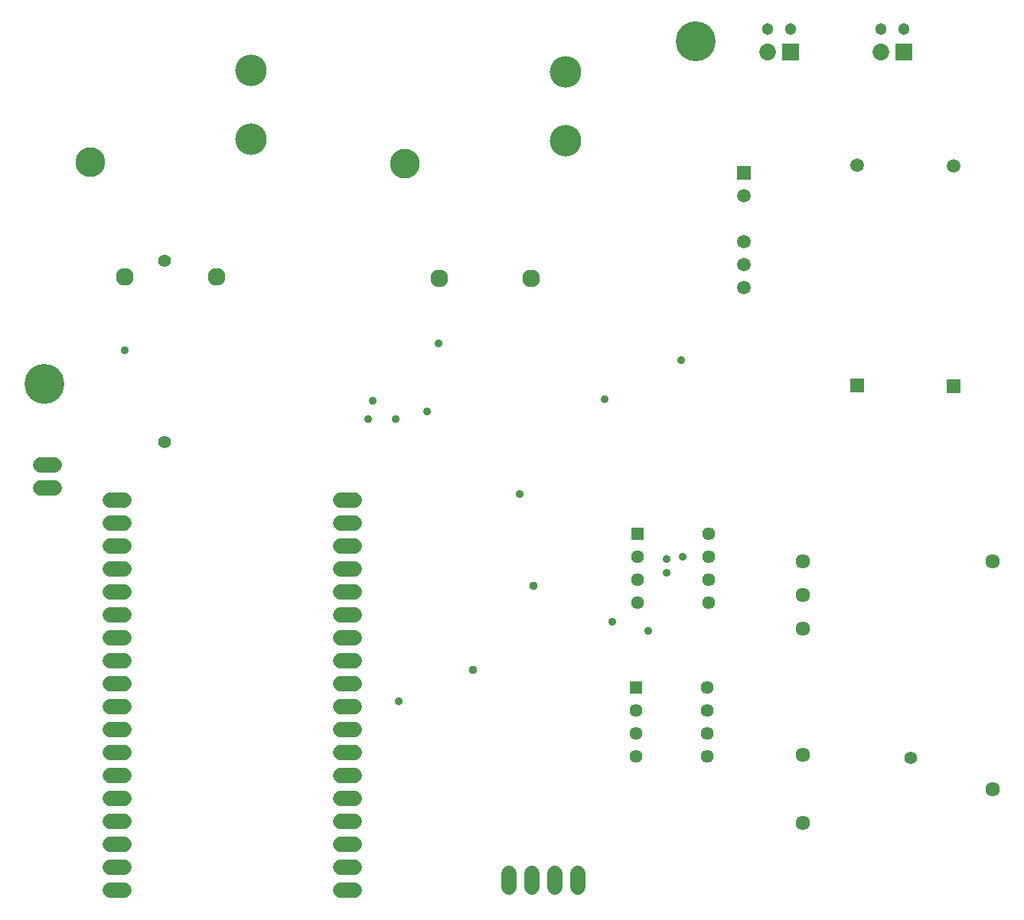
<source format=gbr>
G04 EAGLE Gerber RS-274X export*
G75*
%MOMM*%
%FSLAX34Y34*%
%LPD*%
%INSoldermask Bottom*%
%IPPOS*%
%AMOC8*
5,1,8,0,0,1.08239X$1,22.5*%
G01*
%ADD10R,1.511200X1.511200*%
%ADD11C,1.511200*%
%ADD12C,1.727200*%
%ADD13R,1.441200X1.441200*%
%ADD14C,1.441200*%
%ADD15R,1.853200X1.853200*%
%ADD16C,1.853200*%
%ADD17C,1.303200*%
%ADD18C,1.958200*%
%ADD19C,3.293200*%
%ADD20C,3.488200*%
%ADD21C,1.611200*%
%ADD22R,1.506200X1.506200*%
%ADD23C,1.506200*%
%ADD24C,4.419200*%
%ADD25C,0.909600*%
%ADD26C,0.959600*%
%ADD27C,1.416000*%


D10*
X935900Y576900D03*
D11*
X935900Y820900D03*
D10*
X1042400Y576300D03*
D11*
X1042400Y820300D03*
D12*
X551000Y36520D02*
X551000Y21280D01*
X576400Y21280D02*
X576400Y36520D01*
X601800Y36520D02*
X601800Y21280D01*
X627200Y21280D02*
X627200Y36520D01*
D13*
X692700Y412600D03*
D14*
X692700Y387200D03*
X692700Y361800D03*
X692700Y336400D03*
X772100Y336400D03*
X772100Y361800D03*
X772100Y387200D03*
X772100Y412600D03*
D13*
X691100Y242600D03*
D14*
X691100Y217200D03*
X691100Y191800D03*
X691100Y166400D03*
X770500Y166400D03*
X770500Y191800D03*
X770500Y217200D03*
X770500Y242600D03*
D15*
X988100Y946000D03*
D16*
X962700Y946000D03*
D17*
X988100Y971400D03*
X962700Y971400D03*
D15*
X862000Y946000D03*
D16*
X836600Y946000D03*
D17*
X862000Y971400D03*
X836600Y971400D03*
D12*
X47720Y463500D02*
X32480Y463500D01*
X32480Y488900D02*
X47720Y488900D01*
D18*
X575000Y695600D03*
X473400Y695600D03*
D19*
X435300Y822600D03*
D20*
X613100Y848000D03*
X613100Y924200D03*
D18*
X227500Y696900D03*
X125900Y696900D03*
D19*
X87800Y823900D03*
D20*
X265600Y849300D03*
X265600Y925500D03*
D21*
X1086000Y130200D03*
X1086000Y382700D03*
X876000Y382700D03*
X876000Y345200D03*
X876000Y307700D03*
X876000Y167700D03*
X876000Y92700D03*
D22*
X810600Y812500D03*
D23*
X810600Y787100D03*
X810600Y736300D03*
X810600Y710900D03*
X810600Y685500D03*
D24*
X757700Y957600D03*
X36900Y578600D03*
D12*
X364380Y449900D02*
X379620Y449900D01*
X379620Y424500D02*
X364380Y424500D01*
X364380Y399100D02*
X379620Y399100D01*
X379620Y373700D02*
X364380Y373700D01*
X364380Y348300D02*
X379620Y348300D01*
X379620Y322900D02*
X364380Y322900D01*
X364380Y297500D02*
X379620Y297500D01*
X379620Y272100D02*
X364380Y272100D01*
X364380Y246700D02*
X379620Y246700D01*
X379620Y221300D02*
X364380Y221300D01*
X364380Y195900D02*
X379620Y195900D01*
X379620Y170500D02*
X364380Y170500D01*
X364380Y145100D02*
X379620Y145100D01*
X379620Y119700D02*
X364380Y119700D01*
X364380Y94300D02*
X379620Y94300D01*
X379620Y68900D02*
X364380Y68900D01*
X364380Y43500D02*
X379620Y43500D01*
X379620Y18100D02*
X364380Y18100D01*
X124620Y449900D02*
X109380Y449900D01*
X109380Y424500D02*
X124620Y424500D01*
X124620Y399100D02*
X109380Y399100D01*
X109380Y373700D02*
X124620Y373700D01*
X124620Y348300D02*
X109380Y348300D01*
X109380Y322900D02*
X124620Y322900D01*
X124620Y297500D02*
X109380Y297500D01*
X109380Y272100D02*
X124620Y272100D01*
X124620Y246700D02*
X109380Y246700D01*
X109380Y221300D02*
X124620Y221300D01*
X124620Y195900D02*
X109380Y195900D01*
X109380Y170500D02*
X124620Y170500D01*
X124620Y145100D02*
X109380Y145100D01*
X109380Y119700D02*
X124620Y119700D01*
X124620Y94300D02*
X109380Y94300D01*
X109380Y68900D02*
X124620Y68900D01*
X124620Y43500D02*
X109380Y43500D01*
X109380Y18100D02*
X124620Y18100D01*
D25*
X460430Y548376D03*
D26*
X511000Y262000D03*
X578000Y355000D03*
D25*
X725000Y385000D03*
X725000Y370000D03*
X665000Y315000D03*
X741252Y605038D03*
X743210Y387246D03*
X656504Y561728D03*
X395000Y540000D03*
X425826Y540000D03*
X126000Y616000D03*
X400000Y560000D03*
X429000Y227000D03*
X473000Y624000D03*
X563024Y456754D03*
X705000Y305000D03*
D27*
X995000Y165000D03*
X170000Y715000D03*
X170000Y514000D03*
M02*

</source>
